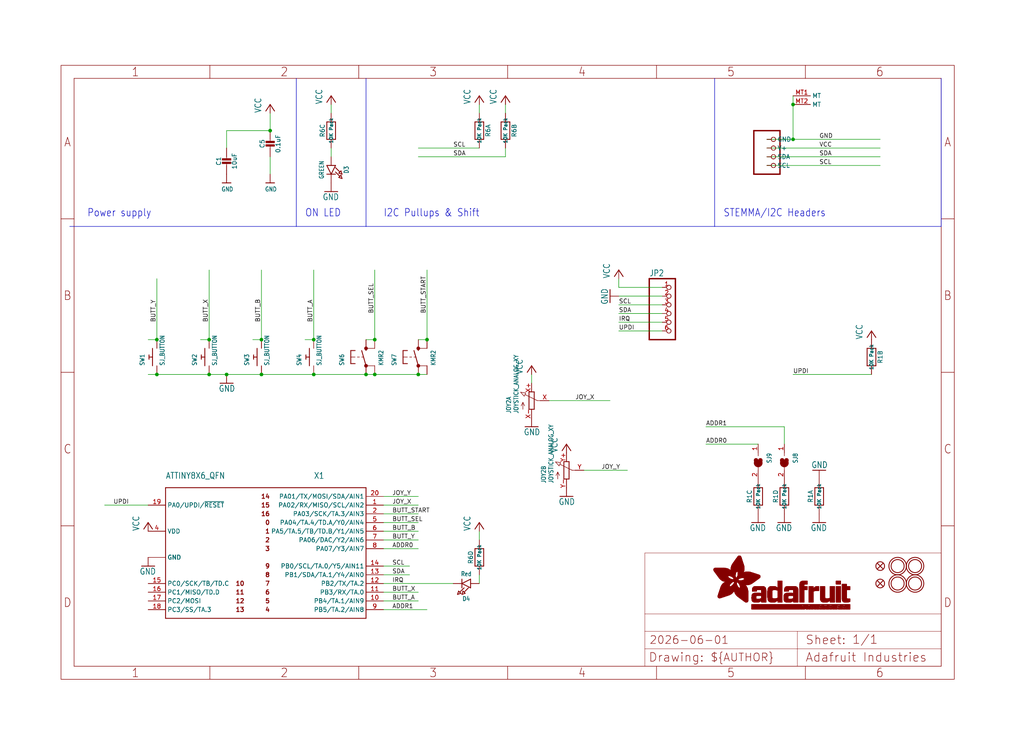
<source format=kicad_sch>
(kicad_sch (version 20230121) (generator eeschema)
  (paper "User" 298.45 217.322)
  (lib_symbols
    (symbol "working-eagle-import:ATTINY8X6_QFN"
      (property "Reference" "X" (at 12.7 25.4 0))
      (symbol "ATTINY8X6_QFN_1_0"
        (text "0" (at 0 12.7 0) (effects (font (size 1.27 1.27) (thickness 0.254) bold) (justify right)))
        (text "1" (at 0 10.16 0) (effects (font (size 1.27 1.27) (thickness 0.254) bold) (justify right)))
        (text "10" (at -10.16 -5.08 0) (effects (font (size 1.27 1.27) (thickness 0.254) bold) (justify left)))
        (text "11" (at -10.16 -7.62 0) (effects (font (size 1.27 1.27) (thickness 0.254) bold) (justify left)))
        (text "12" (at -10.16 -10.16 0) (effects (font (size 1.27 1.27) (thickness 0.254) bold) (justify left)))
        (text "13" (at -10.16 -12.7 0) (effects (font (size 1.27 1.27) (thickness 0.254) bold) (justify left)))
        (text "14" (at 0 20.32 0) (effects (font (size 1.27 1.27) (thickness 0.254) bold) (justify right)))
        (text "15" (at 0 17.78 0) (effects (font (size 1.27 1.27) (thickness 0.254) bold) (justify right)))
        (text "16" (at 0 15.24 0) (effects (font (size 1.27 1.27) (thickness 0.254) bold) (justify right)))
        (text "2" (at 0 7.62 0) (effects (font (size 1.27 1.27) (thickness 0.254) bold) (justify right)))
        (text "3" (at 0 5.08 0) (effects (font (size 1.27 1.27) (thickness 0.254) bold) (justify right)))
        (text "4" (at 0 -12.7 0) (effects (font (size 1.27 1.27) (thickness 0.254) bold) (justify right)))
        (text "5" (at 0 -10.16 0) (effects (font (size 1.27 1.27) (thickness 0.254) bold) (justify right)))
        (text "6" (at 0 -7.62 0) (effects (font (size 1.27 1.27) (thickness 0.254) bold) (justify right)))
        (text "7" (at 0 -5.08 0) (effects (font (size 1.27 1.27) (thickness 0.254) bold) (justify right)))
        (text "8" (at 0 -2.54 0) (effects (font (size 1.27 1.27) (thickness 0.254) bold) (justify right)))
        (text "9" (at 0 0 0) (effects (font (size 1.27 1.27) (thickness 0.254) bold) (justify right)))
        (pin bidirectional line (at 33.02 17.78 180) (length 5.08) (name "PA02/RX/MISO/SCL/AIN2") (number "1"))
        (pin bidirectional line (at 33.02 -10.16 180) (length 5.08) (name "PB4/TA.1/AIN9") (number "10"))
        (pin bidirectional line (at 33.02 -7.62 180) (length 5.08) (name "PB3/RX/TA.0") (number "11"))
        (pin bidirectional line (at 33.02 -5.08 180) (length 5.08) (name "PB2/TX/TA.2") (number "12"))
        (pin bidirectional line (at 33.02 -2.54 180) (length 5.08) (name "PB1/SDA/TA.1/Y4/AIN0") (number "13"))
        (pin bidirectional line (at 33.02 0 180) (length 5.08) (name "PB0/SCL/TA.0/Y5/AIN11") (number "14"))
        (pin bidirectional line (at -35.56 -5.08 0) (length 5.08) (name "PC0/SCK/TB/TD.C") (number "15"))
        (pin bidirectional line (at -35.56 -7.62 0) (length 5.08) (name "PC1/MISO/TD.D") (number "16"))
        (pin bidirectional line (at -35.56 -10.16 0) (length 5.08) (name "PC2/MOSI") (number "17"))
        (pin bidirectional line (at -35.56 -12.7 0) (length 5.08) (name "PC3/SS/TA.3") (number "18"))
        (pin bidirectional line (at -35.56 17.78 0) (length 5.08) (name "PA0/UPDI/~{RESET}") (number "19"))
        (pin bidirectional line (at 33.02 15.24 180) (length 5.08) (name "PA03/SCK/TA.3/AIN3") (number "2"))
        (pin bidirectional line (at 33.02 20.32 180) (length 5.08) (name "PA01/TX/MOSI/SDA/AIN1") (number "20"))
        (pin power_in line (at -35.56 2.54 0) (length 5.08) (name "GND") (number "3"))
        (pin power_in line (at -35.56 10.16 0) (length 5.08) (name "VDD") (number "4"))
        (pin bidirectional line (at 33.02 12.7 180) (length 5.08) (name "PA04/TA.4/TD.A/Y0/AIN4") (number "5"))
        (pin bidirectional line (at 33.02 10.16 180) (length 5.08) (name "PA5/TA.5/TB/TD.B/Y1/AIN5") (number "6"))
        (pin bidirectional line (at 33.02 7.62 180) (length 5.08) (name "PA06/DAC/Y2/AIN6") (number "7"))
        (pin bidirectional line (at 33.02 5.08 180) (length 5.08) (name "PA07/Y3/AIN7") (number "8"))
        (pin bidirectional line (at 33.02 -12.7 180) (length 5.08) (name "PB5/TA.2/AIN8") (number "9"))
        (pin power_in line (at -35.56 2.54 0) (length 5.08) (name "GND") (number "PAD"))
      )
    )
    (symbol "working-eagle-import:CAP_CERAMIC0603_NO"
      (property "Reference" "C" (at -2.29 1.25 90))
      (symbol "CAP_CERAMIC0603_NO_1_0"
        (pin passive line (at 0 5.08 270) (length 2.54) (name "1") (number "1"))
        (pin passive line (at 0 -2.54 90) (length 2.54) (name "2") (number "2"))
      )
    )
    (symbol "working-eagle-import:CAP_CERAMIC0805-NOOUTLINE"
      (property "Reference" "C" (at -2.29 1.25 90))
      (symbol "CAP_CERAMIC0805-NOOUTLINE_1_0"
        (pin passive line (at 0 5.08 270) (length 2.54) (name "1") (number "1"))
        (pin passive line (at 0 -2.54 90) (length 2.54) (name "2") (number "2"))
      )
    )
    (symbol "working-eagle-import:FIDUCIAL_1MM")
    (symbol "working-eagle-import:FRAME_A4_ADAFRUIT"
      (symbol "FRAME_A4_ADAFRUIT_1_0"
        (text "${#}/${##}" (at 230.505 10.16 0) (effects (font (size 2.54 2.54)) (justify left bottom)))
        (text "${AUTHOR}" (at 189.23 5.08 0) (effects (font (size 2.286 2.286)) (justify left bottom)))
        (text "${CURRENT_DATE}" (at 171.45 10.16 0) (effects (font (size 2.286 2.286)) (justify left bottom)))
        (text "${PROJECTNAME}" (at 171.45 15.24 0) (effects (font (size 2.54 2.54)) (justify left bottom)))
        (text "1" (at 21.6958 1.905 0) (effects (font (size 2.54 2.286))))
        (text "1" (at 21.6958 177.165 0) (effects (font (size 2.54 2.286))))
        (text "2" (at 65.0875 1.905 0) (effects (font (size 2.54 2.286))))
        (text "2" (at 65.0875 177.165 0) (effects (font (size 2.54 2.286))))
        (text "3" (at 108.4792 1.905 0) (effects (font (size 2.54 2.286))))
        (text "3" (at 108.4792 177.165 0) (effects (font (size 2.54 2.286))))
        (text "4" (at 151.8708 1.905 0) (effects (font (size 2.54 2.286))))
        (text "4" (at 151.8708 177.165 0) (effects (font (size 2.54 2.286))))
        (text "5" (at 195.2625 1.905 0) (effects (font (size 2.54 2.286))))
        (text "5" (at 195.2625 177.165 0) (effects (font (size 2.54 2.286))))
        (text "6" (at 238.6542 1.905 0) (effects (font (size 2.54 2.286))))
        (text "6" (at 238.6542 177.165 0) (effects (font (size 2.54 2.286))))
        (text "A" (at 1.905 156.6863 0) (effects (font (size 2.54 2.286))))
        (text "A" (at 258.445 156.6863 0) (effects (font (size 2.54 2.286))))
        (text "Adafruit Industries" (at 216.916 4.953 0) (effects (font (size 2.54 2.54)) (justify left bottom)))
        (text "B" (at 1.905 111.9188 0) (effects (font (size 2.54 2.286))))
        (text "B" (at 258.445 111.9188 0) (effects (font (size 2.54 2.286))))
        (text "C" (at 1.905 67.1513 0) (effects (font (size 2.54 2.286))))
        (text "C" (at 258.445 67.1513 0) (effects (font (size 2.54 2.286))))
        (text "D" (at 1.905 22.3838 0) (effects (font (size 2.54 2.286))))
        (text "D" (at 258.445 22.3838 0) (effects (font (size 2.54 2.286))))
        (text "Drawing:" (at 171.196 4.953 0) (effects (font (size 2.54 2.54)) (justify left bottom)))
        (text "Sheet:" (at 216.916 10.033 0) (effects (font (size 2.54 2.54)) (justify left bottom)))
      )
    )
    (symbol "working-eagle-import:HEADER-1X6ROUND"
      (property "Reference" "JP" (at -6.35 10.795 0))
      (symbol "HEADER-1X6ROUND_1_0"
        (pin passive inverted (at -2.54 7.62 0) (length 2.54) (name "1") (number "1"))
        (pin passive inverted (at -2.54 5.08 0) (length 2.54) (name "2") (number "2"))
        (pin passive inverted (at -2.54 2.54 0) (length 2.54) (name "3") (number "3"))
        (pin passive inverted (at -2.54 0 0) (length 2.54) (name "4") (number "4"))
        (pin passive inverted (at -2.54 -2.54 0) (length 2.54) (name "5") (number "5"))
        (pin passive inverted (at -2.54 -5.08 0) (length 2.54) (name "6") (number "6"))
      )
    )
    (symbol "working-eagle-import:JOYSTICK_ANALOG_XY"
      (property "Reference" "JOY" (at -5.969 -3.81 90))
      (symbol "JOYSTICK_ANALOG_XY_1_0"
        (pin passive line (at 5.08 0 180) (length 2.54) (name "S") (number "X"))
        (pin passive line (at 0 5.08 270) (length 2.54) (name "E") (number "X+"))
        (pin passive line (at 0 -5.08 90) (length 2.54) (name "A") (number "X-"))
      )
      (symbol "JOYSTICK_ANALOG_XY_2_0"
        (pin passive line (at 5.08 0 180) (length 2.54) (name "S") (number "Y"))
        (pin passive line (at 0 5.08 270) (length 2.54) (name "E") (number "Y+"))
        (pin passive line (at 0 -5.08 90) (length 2.54) (name "A") (number "Y-"))
      )
    )
    (symbol "working-eagle-import:LED0603_NOOUTLINE"
      (property "Reference" "D" (at -1.27 4.445 0))
      (symbol "LED0603_NOOUTLINE_1_0"
        (pin passive line (at -5.08 0 0) (length 2.54) (name "A") (number "A"))
        (pin passive line (at 2.54 0 180) (length 2.54) (name "C") (number "C"))
      )
    )
    (symbol "working-eagle-import:MOUNTINGHOLE2.5")
    (symbol "working-eagle-import:RESISTOR_4PACK"
      (property "Reference" "R" (at 0 2.54 0))
      (symbol "RESISTOR_4PACK_1_0"
        (pin passive line (at -5.08 0 0) (length 2.54) (name "1") (number "1"))
        (pin passive line (at 5.08 0 180) (length 2.54) (name "2") (number "8"))
      )
      (symbol "RESISTOR_4PACK_2_0"
        (pin passive line (at -5.08 0 0) (length 2.54) (name "1") (number "2"))
        (pin passive line (at 5.08 0 180) (length 2.54) (name "2") (number "7"))
      )
      (symbol "RESISTOR_4PACK_3_0"
        (pin passive line (at -5.08 0 0) (length 2.54) (name "1") (number "3"))
        (pin passive line (at 5.08 0 180) (length 2.54) (name "2") (number "6"))
      )
      (symbol "RESISTOR_4PACK_4_0"
        (pin passive line (at -5.08 0 0) (length 2.54) (name "1") (number "4"))
        (pin passive line (at 5.08 0 180) (length 2.54) (name "2") (number "5"))
      )
    )
    (symbol "working-eagle-import:SOLDERJUMPERCLOSED"
      (property "Reference" "SJ" (at -2.54 2.54 0))
      (symbol "SOLDERJUMPERCLOSED_1_0"
        (pin passive line (at -5.08 0 0) (length 2.54) (name "1") (number "1"))
        (pin passive line (at 5.08 0 180) (length 2.54) (name "2") (number "2"))
      )
    )
    (symbol "working-eagle-import:STEMMA_I2C_QT"
      (symbol "STEMMA_I2C_QT_1_0"
        (pin passive inverted (at 0 5.08 0) (length 2.54) (name "GND") (number "1"))
        (pin passive inverted (at 0 2.54 0) (length 2.54) (name "V+") (number "2"))
        (pin passive inverted (at 0 0 0) (length 2.54) (name "SDA") (number "3"))
        (pin passive inverted (at 0 -2.54 0) (length 2.54) (name "SCL") (number "4"))
      )
      (symbol "STEMMA_I2C_QT_2_0"
        (pin bidirectional line (at 0 0 0) (length 5.08) (name "MT") (number "MT1"))
      )
      (symbol "STEMMA_I2C_QT_3_0"
        (pin bidirectional line (at 0 0 0) (length 5.08) (name "MT") (number "MT2"))
      )
    )
    (symbol "working-eagle-import:SWITCH_PUSHBUTTONSOFTTOUCHSMD_SJ"
      (property "Reference" "SW" (at -2.54 3.556 0))
      (symbol "SWITCH_PUSHBUTTONSOFTTOUCHSMD_SJ_1_0"
        (pin passive line (at -5.08 0 0) (length 2.54) (name "P$1") (number "P$1"))
        (pin passive line (at 5.08 0 180) (length 2.54) (name "P$2") (number "P$2"))
      )
    )
    (symbol "working-eagle-import:SWITCH_TACT_SMT_RKB2"
      (property "Reference" "SW" (at -2.54 6.35 0))
      (symbol "SWITCH_TACT_SMT_RKB2_1_0"
        (pin passive line (at -5.08 0 0) (length 2.54) (name "P") (number "A"))
        (pin passive line (at -5.08 -2.54 0) (length 2.54) (name "P1") (number "A'"))
        (pin passive line (at 5.08 0 180) (length 2.54) (name "S") (number "B"))
        (pin passive line (at 5.08 -2.54 180) (length 2.54) (name "S1") (number "B'"))
      )
    )
    (symbol "working-eagle-import:VCC" (power)
      (property "Value" "VCC" (at -2.54 -2.54 90))
      (symbol "VCC_1_0"
        (pin power_in line (at 0 -2.54 90) (length 2.54) (name "VCC") (number "1"))
      )
    )
    (symbol "working-eagle-import:microbuilder_GND" (power)
      (property "Value" "microbuilder_GND" (at -1.524 -2.54 0))
      (symbol "microbuilder_GND_1_0"
        (pin power_in line (at 0 2.54 270) (length 2.54) (name "GND") (number "1"))
      )
    )
    (symbol "working-eagle-import:supply1_GND" (power)
      (property "Value" "supply1_GND" (at -2.54 -2.54 0))
      (symbol "supply1_GND_1_0"
        (pin power_in line (at 0 2.54 270) (length 2.54) (name "GND") (number "1"))
      )
    )
  )
  (junction (at 124.46 99.06))
  (junction (at 121.92 109.22))
  (junction (at 231.14 30.48))
  (junction (at 60.96 109.22))
  (junction (at 60.96 99.06))
  (junction (at 109.22 109.22))
  (junction (at 78.74 38.1))
  (junction (at 45.72 99.06))
  (junction (at 76.2 109.22))
  (junction (at 91.44 109.22))
  (junction (at 76.2 99.06))
  (junction (at 231.14 40.64))
  (junction (at 106.68 109.22))
  (junction (at 91.44 99.06))
  (junction (at 45.72 109.22))
  (junction (at 66.04 109.22))
  (junction (at 109.22 99.06))
  (polyline (pts (xy 274.32 22.86) (xy 274.32 66.04)) (stroke (width 0.1524) (type solid)))
  (wire (pts (xy 60.96 109.22) (xy 66.04 109.22)) (stroke (width 0.1524)))
  (wire (pts (xy 109.22 99.06) (xy 109.22 78.74)) (stroke (width 0.1524)))
  (wire (pts (xy 170.18 137.16) (xy 182.88 137.16)) (stroke (width 0.1524)))
  (wire (pts (xy 121.92 109.22) (xy 109.22 109.22)) (stroke (width 0.1524)))
  (polyline (pts (xy 208.28 22.86) (xy 208.28 66.04)) (stroke (width 0.1524) (type solid)))
  (wire (pts (xy 193.04 86.36) (xy 180.34 86.36)) (stroke (width 0.1524)))
  (wire (pts (xy 111.76 165.1) (xy 119.38 165.1)) (stroke (width 0.1524)))
  (wire (pts (xy 45.72 109.22) (xy 60.96 109.22)) (stroke (width 0.1524)))
  (wire (pts (xy 180.34 93.98) (xy 193.04 93.98)) (stroke (width 0.1524)))
  (wire (pts (xy 180.34 83.82) (xy 180.34 81.28)) (stroke (width 0.1524)))
  (wire (pts (xy 111.76 144.78) (xy 121.92 144.78)) (stroke (width 0.1524)))
  (wire (pts (xy 66.04 38.1) (xy 78.74 38.1)) (stroke (width 0.1524)))
  (wire (pts (xy 76.2 109.22) (xy 91.44 109.22)) (stroke (width 0.1524)))
  (wire (pts (xy 76.2 99.06) (xy 76.2 78.74)) (stroke (width 0.1524)))
  (wire (pts (xy 78.74 45.72) (xy 78.74 50.8)) (stroke (width 0.1524)))
  (wire (pts (xy 111.76 152.4) (xy 121.92 152.4)) (stroke (width 0.1524)))
  (wire (pts (xy 121.92 157.48) (xy 111.76 157.48)) (stroke (width 0.1524)))
  (polyline (pts (xy 20.32 66.04) (xy 86.36 66.04)) (stroke (width 0.1524) (type solid)))
  (wire (pts (xy 60.96 78.74) (xy 60.96 99.06)) (stroke (width 0.1524)))
  (wire (pts (xy 45.72 99.06) (xy 45.72 81.28)) (stroke (width 0.1524)))
  (wire (pts (xy 205.74 124.46) (xy 228.6 124.46)) (stroke (width 0.1524)))
  (wire (pts (xy 111.76 160.02) (xy 121.92 160.02)) (stroke (width 0.1524)))
  (polyline (pts (xy 86.36 22.86) (xy 86.36 66.04)) (stroke (width 0.1524) (type solid)))
  (wire (pts (xy 111.76 147.32) (xy 121.92 147.32)) (stroke (width 0.1524)))
  (wire (pts (xy 139.7 30.48) (xy 139.7 33.02)) (stroke (width 0.1524)))
  (wire (pts (xy 73.66 99.06) (xy 76.2 99.06)) (stroke (width 0.1524)))
  (wire (pts (xy 106.68 99.06) (xy 109.22 99.06)) (stroke (width 0.1524)))
  (wire (pts (xy 124.46 109.22) (xy 121.92 109.22)) (stroke (width 0.1524)))
  (wire (pts (xy 91.44 78.74) (xy 91.44 99.06)) (stroke (width 0.1524)))
  (wire (pts (xy 223.52 48.26) (xy 256.54 48.26)) (stroke (width 0.1524)))
  (wire (pts (xy 228.6 124.46) (xy 228.6 129.54)) (stroke (width 0.1524)))
  (wire (pts (xy 43.18 109.22) (xy 45.72 109.22)) (stroke (width 0.1524)))
  (wire (pts (xy 139.7 154.94) (xy 139.7 157.48)) (stroke (width 0.1524)))
  (wire (pts (xy 256.54 40.64) (xy 231.14 40.64)) (stroke (width 0.1524)))
  (wire (pts (xy 106.68 109.22) (xy 91.44 109.22)) (stroke (width 0.1524)))
  (wire (pts (xy 111.76 177.8) (xy 124.46 177.8)) (stroke (width 0.1524)))
  (wire (pts (xy 180.34 91.44) (xy 193.04 91.44)) (stroke (width 0.1524)))
  (wire (pts (xy 78.74 33.02) (xy 78.74 38.1)) (stroke (width 0.1524)))
  (wire (pts (xy 45.72 99.06) (xy 43.18 99.06)) (stroke (width 0.1524)))
  (wire (pts (xy 231.14 40.64) (xy 223.52 40.64)) (stroke (width 0.1524)))
  (wire (pts (xy 147.32 45.72) (xy 121.92 45.72)) (stroke (width 0.1524)))
  (wire (pts (xy 160.02 116.84) (xy 177.8 116.84)) (stroke (width 0.1524)))
  (wire (pts (xy 124.46 99.06) (xy 121.92 99.06)) (stroke (width 0.1524)))
  (wire (pts (xy 231.14 109.22) (xy 254 109.22)) (stroke (width 0.1524)))
  (wire (pts (xy 121.92 175.26) (xy 111.76 175.26)) (stroke (width 0.1524)))
  (polyline (pts (xy 86.36 66.04) (xy 106.68 66.04)) (stroke (width 0.1524) (type solid)))
  (wire (pts (xy 96.52 45.72) (xy 96.52 43.18)) (stroke (width 0.1524)))
  (wire (pts (xy 256.54 45.72) (xy 223.52 45.72)) (stroke (width 0.1524)))
  (wire (pts (xy 111.76 170.18) (xy 132.08 170.18)) (stroke (width 0.1524)))
  (wire (pts (xy 121.92 149.86) (xy 111.76 149.86)) (stroke (width 0.1524)))
  (wire (pts (xy 66.04 109.22) (xy 76.2 109.22)) (stroke (width 0.1524)))
  (wire (pts (xy 147.32 33.02) (xy 147.32 30.48)) (stroke (width 0.1524)))
  (wire (pts (xy 139.7 43.18) (xy 121.92 43.18)) (stroke (width 0.1524)))
  (polyline (pts (xy 106.68 66.04) (xy 208.28 66.04)) (stroke (width 0.1524) (type solid)))
  (wire (pts (xy 193.04 88.9) (xy 180.34 88.9)) (stroke (width 0.1524)))
  (polyline (pts (xy 208.28 66.04) (xy 274.32 66.04)) (stroke (width 0.1524) (type solid)))
  (wire (pts (xy 193.04 96.52) (xy 180.34 96.52)) (stroke (width 0.1524)))
  (wire (pts (xy 205.74 129.54) (xy 220.98 129.54)) (stroke (width 0.1524)))
  (wire (pts (xy 223.52 43.18) (xy 256.54 43.18)) (stroke (width 0.1524)))
  (wire (pts (xy 109.22 109.22) (xy 106.68 109.22)) (stroke (width 0.1524)))
  (wire (pts (xy 231.14 30.48) (xy 231.14 40.64)) (stroke (width 0.1524)))
  (wire (pts (xy 147.32 43.18) (xy 147.32 45.72)) (stroke (width 0.1524)))
  (wire (pts (xy 111.76 172.72) (xy 121.92 172.72)) (stroke (width 0.1524)))
  (wire (pts (xy 193.04 83.82) (xy 180.34 83.82)) (stroke (width 0.1524)))
  (wire (pts (xy 66.04 43.18) (xy 66.04 38.1)) (stroke (width 0.1524)))
  (wire (pts (xy 139.7 170.18) (xy 139.7 167.64)) (stroke (width 0.1524)))
  (wire (pts (xy 119.38 167.64) (xy 111.76 167.64)) (stroke (width 0.1524)))
  (wire (pts (xy 91.44 99.06) (xy 88.9 99.06)) (stroke (width 0.1524)))
  (wire (pts (xy 124.46 99.06) (xy 124.46 78.74)) (stroke (width 0.1524)))
  (wire (pts (xy 96.52 30.48) (xy 96.52 33.02)) (stroke (width 0.1524)))
  (wire (pts (xy 111.76 154.94) (xy 121.92 154.94)) (stroke (width 0.1524)))
  (wire (pts (xy 231.14 27.94) (xy 231.14 30.48)) (stroke (width 0.1524)))
  (wire (pts (xy 58.42 99.06) (xy 60.96 99.06)) (stroke (width 0.1524)))
  (wire (pts (xy 154.94 109.22) (xy 154.94 111.76)) (stroke (width 0.1524)))
  (wire (pts (xy 43.18 147.32) (xy 30.48 147.32)) (stroke (width 0.1524)))
  (polyline (pts (xy 106.68 22.86) (xy 106.68 66.04)) (stroke (width 0.1524) (type solid)))
  (text "ON LED" (at 88.9 63.5 0) (effects (font (size 2.1844 1.8567)) (justify left bottom)))
  (text "STEMMA/I2C Headers" (at 210.82 63.5 0) (effects (font (size 2.1844 1.8567)) (justify left bottom)))
  (text "I2C Pullups & Shift" (at 111.76 63.5 0) (effects (font (size 2.1844 1.8567)) (justify left bottom)))
  (text "Power supply" (at 25.4 63.5 0) (effects (font (size 2.1844 1.8567)) (justify left bottom)))
  (label "BUTT_START" (at 124.46 91.44 90) (effects (font (size 1.2446 1.2446))))
  (label "BUTT_SEL" (at 114.3 152.4 0) (effects (font (size 1.2446 1.2446))))
  (label "GND" (at 238.76 40.64 0) (effects (font (size 1.2446 1.2446))))
  (label "JOY_X" (at 167.64 116.84 0) (effects (font (size 1.2446 1.2446))))
  (label "BUTT_B" (at 76.2 93.98 90) (effects (font (size 1.2446 1.2446))))
  (label "UPDI" (at 180.34 96.52 0) (effects (font (size 1.2446 1.2446))))
  (label "BUTT_Y" (at 45.72 93.98 90) (effects (font (size 1.2446 1.2446))))
  (label "SCL" (at 114.3 165.1 0) (effects (font (size 1.2446 1.2446))))
  (label "ADDR1" (at 114.3 177.8 0) (effects (font (size 1.2446 1.2446))))
  (label "BUTT_Y" (at 114.3 157.48 0) (effects (font (size 1.2446 1.2446))))
  (label "JOY_Y" (at 175.26 137.16 0) (effects (font (size 1.2446 1.2446))))
  (label "BUTT_A" (at 114.3 175.26 0) (effects (font (size 1.2446 1.2446))))
  (label "BUTT_SEL" (at 109.22 91.44 90) (effects (font (size 1.2446 1.2446))))
  (label "JOY_X" (at 114.3 147.32 0) (effects (font (size 1.2446 1.2446))))
  (label "BUTT_START" (at 114.3 149.86 0) (effects (font (size 1.2446 1.2446))))
  (label "UPDI" (at 33.02 147.32 0) (effects (font (size 1.2446 1.2446))))
  (label "SDA" (at 132.08 45.72 0) (effects (font (size 1.2446 1.2446))))
  (label "IRQ" (at 180.34 93.98 0) (effects (font (size 1.2446 1.2446))))
  (label "SCL" (at 132.08 43.18 0) (effects (font (size 1.2446 1.2446))))
  (label "ADDR0" (at 114.3 160.02 0) (effects (font (size 1.2446 1.2446))))
  (label "UPDI" (at 231.14 109.22 0) (effects (font (size 1.2446 1.2446))))
  (label "SCL" (at 238.76 48.26 0) (effects (font (size 1.2446 1.2446))))
  (label "BUTT_A" (at 91.44 93.98 90) (effects (font (size 1.2446 1.2446))))
  (label "BUTT_X" (at 114.3 172.72 0) (effects (font (size 1.2446 1.2446))))
  (label "VCC" (at 238.76 43.18 0) (effects (font (size 1.2446 1.2446))))
  (label "SDA" (at 238.76 45.72 0) (effects (font (size 1.2446 1.2446))))
  (label "BUTT_X" (at 60.96 93.98 90) (effects (font (size 1.2446 1.2446))))
  (label "BUTT_B" (at 114.3 154.94 0) (effects (font (size 1.2446 1.2446))))
  (label "SCL" (at 180.34 88.9 0) (effects (font (size 1.2446 1.2446))))
  (label "ADDR0" (at 205.74 129.54 0) (effects (font (size 1.2446 1.2446))))
  (label "SDA" (at 114.3 167.64 0) (effects (font (size 1.2446 1.2446))))
  (label "IRQ" (at 114.3 170.18 0) (effects (font (size 1.2446 1.2446))))
  (label "ADDR1" (at 205.74 124.46 0) (effects (font (size 1.2446 1.2446))))
  (label "SDA" (at 180.34 91.44 0) (effects (font (size 1.2446 1.2446))))
  (label "JOY_Y" (at 114.3 144.78 0) (effects (font (size 1.2446 1.2446))))
  (symbol (lib_id "working-eagle-import:LED0603_NOOUTLINE") (at 134.62 170.18 180) (unit 1)
    (property "Reference" "D4" (at 135.89 174.625 0) (effects (font (size 1.27 1.0795))))
    (property "Value" "Red" (at 135.89 167.386 0) (effects (font (size 1.27 1.0795))))
    (property "Footprint" "working:CHIPLED_0603_NOOUTLINE" (effects hide))
  )
  (symbol (lib_id "working-eagle-import:FRAME_A4_ADAFRUIT") (at 17.78 198.12 0) (unit 1)
    (property "Reference" "#U$28" (effects hide))
    (property "Value" "FRAME_A4_ADAFRUIT" (effects hide))
  )
  (symbol (lib_id "working-eagle-import:supply1_GND") (at 220.98 152.4 0) (unit 1)
    (property "Reference" "#GND5" (effects hide))
    (property "Value" "GND" (at 218.44 154.94 0) (effects (font (size 1.778 1.5113)) (justify left bottom)))
  )
  (symbol (lib_id "working-eagle-import:JOYSTICK_ANALOG_XY") (at 165.1 137.16 0) (unit 2)
    (property "Reference" "JOY2" (at 159.131 140.97 90) (effects (font (size 1.27 1.0795)) (justify left bottom)))
    (property "Value" "JOYSTICK_ANALOG_XY" (at 161.29 140.97 90) (effects (font (size 1.27 1.0795)) (justify left bottom)))
    (property "Footprint" "working:JOYSTICK_ANALOG_MINITHM" (effects hide))
  )
  (symbol (lib_id "working-eagle-import:RESISTOR_4PACK") (at 220.98 144.78 90) (unit 3)
    (property "Reference" "R1" (at 218.44 144.78 0))
    (property "Value" "10K Pack" (at 220.98 144.78 0) (effects (font (size 1.016 1.016) bold)))
    (property "Footprint" "working:RESPACK_4X0603" (effects hide))
  )
  (symbol (lib_id "working-eagle-import:RESISTOR_4PACK") (at 96.52 38.1 90) (unit 3)
    (property "Reference" "R6" (at 93.98 38.1 0))
    (property "Value" "10K Pack" (at 96.52 38.1 0) (effects (font (size 1.016 1.016) bold)))
    (property "Footprint" "working:RESPACK_4X0603" (effects hide))
  )
  (symbol (lib_id "working-eagle-import:STEMMA_I2C_QT") (at 231.14 30.48 0) (unit 3)
    (property "Reference" "CONN3" (effects hide))
    (property "Value" "STEMMA_I2C_QT" (effects hide))
    (property "Footprint" "working:JST_SH4" (effects hide))
  )
  (symbol (lib_id "working-eagle-import:SWITCH_TACT_SMT_RKB2") (at 106.68 104.14 90) (unit 1)
    (property "Reference" "SW6" (at 100.33 106.68 0) (effects (font (size 1.27 1.0795)) (justify left bottom)))
    (property "Value" "KMR2" (at 111.76 106.68 0) (effects (font (size 1.27 1.0795)) (justify left bottom)))
    (property "Footprint" "working:BTN_RKB2_4.6X2.8" (effects hide))
  )
  (symbol (lib_id "working-eagle-import:SWITCH_PUSHBUTTONSOFTTOUCHSMD_SJ") (at 60.96 104.14 90) (unit 1)
    (property "Reference" "SW2" (at 57.404 106.68 0) (effects (font (size 1.27 1.0795)) (justify left bottom)))
    (property "Value" "SJ_BUTTON" (at 63.246 106.68 0) (effects (font (size 1.27 1.0795)) (justify left bottom)))
    (property "Footprint" "working:PUSHBUTTON_SMD_SJ" (effects hide))
  )
  (symbol (lib_id "working-eagle-import:VCC") (at 147.32 27.94 0) (unit 1)
    (property "Reference" "#P+2" (effects hide))
    (property "Value" "VCC" (at 144.78 30.48 90) (effects (font (size 1.778 1.5113)) (justify left bottom)))
  )
  (symbol (lib_id "working-eagle-import:RESISTOR_4PACK") (at 238.76 144.78 90) (unit 1)
    (property "Reference" "R1" (at 236.22 144.78 0))
    (property "Value" "10K Pack" (at 238.76 144.78 0) (effects (font (size 1.016 1.016) bold)))
    (property "Footprint" "working:RESPACK_4X0603" (effects hide))
  )
  (symbol (lib_id "working-eagle-import:MOUNTINGHOLE2.5") (at 266.7 170.18 0) (unit 1)
    (property "Reference" "U$1" (effects hide))
    (property "Value" "MOUNTINGHOLE2.5" (effects hide))
    (property "Footprint" "working:MOUNTINGHOLE_2.5_PLATED" (effects hide))
  )
  (symbol (lib_id "working-eagle-import:VCC") (at 139.7 27.94 0) (unit 1)
    (property "Reference" "#P+1" (effects hide))
    (property "Value" "VCC" (at 137.16 30.48 90) (effects (font (size 1.778 1.5113)) (justify left bottom)))
  )
  (symbol (lib_id "working-eagle-import:RESISTOR_4PACK") (at 147.32 38.1 270) (unit 2)
    (property "Reference" "R6" (at 149.86 38.1 0))
    (property "Value" "10K Pack" (at 147.32 38.1 0) (effects (font (size 1.016 1.016) bold)))
    (property "Footprint" "working:RESPACK_4X0603" (effects hide))
  )
  (symbol (lib_id "working-eagle-import:supply1_GND") (at 43.18 165.1 0) (unit 1)
    (property "Reference" "#GND16" (effects hide))
    (property "Value" "GND" (at 40.64 167.64 0) (effects (font (size 1.778 1.5113)) (justify left bottom)))
  )
  (symbol (lib_id "working-eagle-import:VCC") (at 254 96.52 0) (unit 1)
    (property "Reference" "#P+3" (effects hide))
    (property "Value" "VCC" (at 251.46 99.06 90) (effects (font (size 1.778 1.5113)) (justify left bottom)))
  )
  (symbol (lib_id "working-eagle-import:MOUNTINGHOLE2.5") (at 266.7 165.1 0) (unit 1)
    (property "Reference" "U$2" (effects hide))
    (property "Value" "MOUNTINGHOLE2.5" (effects hide))
    (property "Footprint" "working:MOUNTINGHOLE_2.5_PLATED" (effects hide))
  )
  (symbol (lib_id "working-eagle-import:FIDUCIAL_1MM") (at 256.54 170.18 0) (unit 1)
    (property "Reference" "FID1" (effects hide))
    (property "Value" "FIDUCIAL_1MM" (effects hide))
    (property "Footprint" "working:FIDUCIAL_1MM" (effects hide))
  )
  (symbol (lib_id "working-eagle-import:SWITCH_PUSHBUTTONSOFTTOUCHSMD_SJ") (at 76.2 104.14 90) (unit 1)
    (property "Reference" "SW3" (at 72.644 106.68 0) (effects (font (size 1.27 1.0795)) (justify left bottom)))
    (property "Value" "SJ_BUTTON" (at 78.486 106.68 0) (effects (font (size 1.27 1.0795)) (justify left bottom)))
    (property "Footprint" "working:PUSHBUTTON_SMD_SJ" (effects hide))
  )
  (symbol (lib_id "working-eagle-import:RESISTOR_4PACK") (at 139.7 162.56 90) (unit 4)
    (property "Reference" "R6" (at 137.16 162.56 0))
    (property "Value" "10K Pack" (at 139.7 162.56 0) (effects (font (size 1.016 1.016) bold)))
    (property "Footprint" "working:RESPACK_4X0603" (effects hide))
  )
  (symbol (lib_id "working-eagle-import:VCC") (at 43.18 152.4 0) (unit 1)
    (property "Reference" "#P+8" (effects hide))
    (property "Value" "VCC" (at 40.64 154.94 90) (effects (font (size 1.778 1.5113)) (justify left bottom)))
  )
  (symbol (lib_id "working-eagle-import:CAP_CERAMIC0603_NO") (at 78.74 43.18 0) (unit 1)
    (property "Reference" "C5" (at 76.45 41.93 90))
    (property "Value" "0.1uF" (at 81.04 41.93 90))
    (property "Footprint" "working:0603-NO" (effects hide))
  )
  (symbol (lib_id "working-eagle-import:SOLDERJUMPERCLOSED") (at 220.98 134.62 270) (unit 1)
    (property "Reference" "SJ9" (at 223.52 132.08 0) (effects (font (size 1.27 1.0795)) (justify left bottom)))
    (property "Value" "SOLDERJUMPERCLOSED" (effects hide))
    (property "Footprint" "working:SOLDERJUMPER_CLOSEDWIRE" (effects hide))
  )
  (symbol (lib_id "working-eagle-import:supply1_GND") (at 66.04 111.76 0) (mirror y) (unit 1)
    (property "Reference" "#GND2" (effects hide))
    (property "Value" "GND" (at 68.58 114.3 0) (effects (font (size 1.778 1.5113)) (justify left bottom)))
  )
  (symbol (lib_id "working-eagle-import:VCC") (at 165.1 129.54 0) (unit 1)
    (property "Reference" "#P+4" (effects hide))
    (property "Value" "VCC" (at 162.56 132.08 90) (effects (font (size 1.778 1.5113)) (justify left bottom)))
  )
  (symbol (lib_id "working-eagle-import:RESISTOR_4PACK") (at 228.6 144.78 90) (unit 4)
    (property "Reference" "R1" (at 226.06 144.78 0))
    (property "Value" "10K Pack" (at 228.6 144.78 0) (effects (font (size 1.016 1.016) bold)))
    (property "Footprint" "working:RESPACK_4X0603" (effects hide))
  )
  (symbol (lib_id "working-eagle-import:SWITCH_PUSHBUTTONSOFTTOUCHSMD_SJ") (at 91.44 104.14 90) (unit 1)
    (property "Reference" "SW4" (at 87.884 106.68 0) (effects (font (size 1.27 1.0795)) (justify left bottom)))
    (property "Value" "SJ_BUTTON" (at 93.726 106.68 0) (effects (font (size 1.27 1.0795)) (justify left bottom)))
    (property "Footprint" "working:PUSHBUTTON_SMD_SJ" (effects hide))
  )
  (symbol (lib_id "working-eagle-import:VCC") (at 96.52 27.94 0) (unit 1)
    (property "Reference" "#P+6" (effects hide))
    (property "Value" "VCC" (at 93.98 30.48 90) (effects (font (size 1.778 1.5113)) (justify left bottom)))
  )
  (symbol (lib_id "working-eagle-import:MOUNTINGHOLE2.5") (at 261.62 165.1 0) (unit 1)
    (property "Reference" "U$3" (effects hide))
    (property "Value" "MOUNTINGHOLE2.5" (effects hide))
    (property "Footprint" "working:MOUNTINGHOLE_2.5_PLATED" (effects hide))
  )
  (symbol (lib_id "working-eagle-import:MOUNTINGHOLE2.5") (at 261.62 170.18 0) (unit 1)
    (property "Reference" "U$4" (effects hide))
    (property "Value" "MOUNTINGHOLE2.5" (effects hide))
    (property "Footprint" "working:MOUNTINGHOLE_2.5_PLATED" (effects hide))
  )
  (symbol (lib_id "working-eagle-import:microbuilder_GND") (at 78.74 53.34 0) (unit 1)
    (property "Reference" "#U$14" (effects hide))
    (property "Value" "GND" (at 77.216 55.88 0) (effects (font (size 1.27 1.0795)) (justify left bottom)))
  )
  (symbol (lib_id "working-eagle-import:JOYSTICK_ANALOG_XY") (at 154.94 116.84 0) (unit 1)
    (property "Reference" "JOY2" (at 148.971 120.65 90) (effects (font (size 1.27 1.0795)) (justify left bottom)))
    (property "Value" "JOYSTICK_ANALOG_XY" (at 151.13 120.65 90) (effects (font (size 1.27 1.0795)) (justify left bottom)))
    (property "Footprint" "working:JOYSTICK_ANALOG_MINITHM" (effects hide))
  )
  (symbol (lib_id "working-eagle-import:SWITCH_PUSHBUTTONSOFTTOUCHSMD_SJ") (at 45.72 104.14 90) (unit 1)
    (property "Reference" "SW1" (at 42.164 106.68 0) (effects (font (size 1.27 1.0795)) (justify left bottom)))
    (property "Value" "SJ_BUTTON" (at 48.006 106.68 0) (effects (font (size 1.27 1.0795)) (justify left bottom)))
    (property "Footprint" "working:PUSHBUTTON_SMD_SJ" (effects hide))
  )
  (symbol (lib_id "working-eagle-import:supply1_GND") (at 177.8 86.36 270) (mirror x) (unit 1)
    (property "Reference" "#GND3" (effects hide))
    (property "Value" "GND" (at 175.26 88.9 0) (effects (font (size 1.778 1.5113)) (justify left bottom)))
  )
  (symbol (lib_id "working-eagle-import:STEMMA_I2C_QT") (at 223.52 45.72 0) (unit 1)
    (property "Reference" "CONN3" (effects hide))
    (property "Value" "STEMMA_I2C_QT" (effects hide))
    (property "Footprint" "working:JST_SH4" (effects hide))
  )
  (symbol (lib_id "working-eagle-import:microbuilder_GND") (at 66.04 53.34 0) (unit 1)
    (property "Reference" "#U$17" (effects hide))
    (property "Value" "GND" (at 64.516 55.88 0) (effects (font (size 1.27 1.0795)) (justify left bottom)))
  )
  (symbol (lib_id "working-eagle-import:VCC") (at 139.7 152.4 0) (unit 1)
    (property "Reference" "#P+9" (effects hide))
    (property "Value" "VCC" (at 137.16 154.94 90) (effects (font (size 1.778 1.5113)) (justify left bottom)))
  )
  (symbol (lib_id "working-eagle-import:supply1_GND") (at 228.6 152.4 0) (unit 1)
    (property "Reference" "#GND6" (effects hide))
    (property "Value" "GND" (at 226.06 154.94 0) (effects (font (size 1.778 1.5113)) (justify left bottom)))
  )
  (symbol (lib_id "working-eagle-import:SWITCH_TACT_SMT_RKB2") (at 121.92 104.14 90) (unit 1)
    (property "Reference" "SW7" (at 115.57 106.68 0) (effects (font (size 1.27 1.0795)) (justify left bottom)))
    (property "Value" "KMR2" (at 127 106.68 0) (effects (font (size 1.27 1.0795)) (justify left bottom)))
    (property "Footprint" "working:BTN_RKB2_4.6X2.8" (effects hide))
  )
  (symbol (lib_id "working-eagle-import:VCC") (at 180.34 78.74 0) (unit 1)
    (property "Reference" "#P+10" (effects hide))
    (property "Value" "VCC" (at 177.8 81.28 90) (effects (font (size 1.778 1.5113)) (justify left bottom)))
  )
  (symbol (lib_id "working-eagle-import:supply1_GND") (at 238.76 152.4 0) (unit 1)
    (property "Reference" "#GND7" (effects hide))
    (property "Value" "GND" (at 236.22 154.94 0) (effects (font (size 1.778 1.5113)) (justify left bottom)))
  )
  (symbol (lib_id "working-eagle-import:supply1_GND") (at 154.94 124.46 0) (mirror y) (unit 1)
    (property "Reference" "#GND1" (effects hide))
    (property "Value" "GND" (at 157.48 127 0) (effects (font (size 1.778 1.5113)) (justify left bottom)))
  )
  (symbol (lib_id "working-eagle-import:FIDUCIAL_1MM") (at 256.54 165.1 0) (unit 1)
    (property "Reference" "FID2" (effects hide))
    (property "Value" "FIDUCIAL_1MM" (effects hide))
    (property "Footprint" "working:FIDUCIAL_1MM" (effects hide))
  )
  (symbol (lib_id "working-eagle-import:supply1_GND") (at 96.52 55.88 0) (unit 1)
    (property "Reference" "#GND13" (effects hide))
    (property "Value" "GND" (at 93.98 58.42 0) (effects (font (size 1.778 1.5113)) (justify left bottom)))
  )
  (symbol (lib_id "working-eagle-import:VCC") (at 154.94 106.68 0) (unit 1)
    (property "Reference" "#P+7" (effects hide))
    (property "Value" "VCC" (at 152.4 109.22 90) (effects (font (size 1.778 1.5113)) (justify left bottom)))
  )
  (symbol (lib_id "working-eagle-import:supply1_GND") (at 165.1 144.78 0) (mirror y) (unit 1)
    (property "Reference" "#GND4" (effects hide))
    (property "Value" "GND" (at 167.64 147.32 0) (effects (font (size 1.778 1.5113)) (justify left bottom)))
  )
  (symbol (lib_id "working-eagle-import:CAP_CERAMIC0805-NOOUTLINE") (at 66.04 48.26 0) (unit 1)
    (property "Reference" "C1" (at 63.75 47.01 90))
    (property "Value" "10uF" (at 68.34 47.01 90))
    (property "Footprint" "working:0805-NO" (effects hide))
  )
  (symbol (lib_id "working-eagle-import:LED0603_NOOUTLINE") (at 96.52 50.8 270) (unit 1)
    (property "Reference" "D3" (at 100.965 49.53 0) (effects (font (size 1.27 1.0795))))
    (property "Value" "GREEN" (at 93.726 49.53 0) (effects (font (size 1.27 1.0795))))
    (property "Footprint" "working:CHIPLED_0603_NOOUTLINE" (effects hide))
  )
  (symbol (lib_id "working-eagle-import:RESISTOR_4PACK") (at 254 104.14 270) (unit 2)
    (property "Reference" "R1" (at 256.54 104.14 0))
    (property "Value" "10K Pack" (at 254 104.14 0) (effects (font (size 1.016 1.016) bold)))
    (property "Footprint" "working:RESPACK_4X0603" (effects hide))
  )
  (symbol (lib_id "working-eagle-import:ATTINY8X6_QFN") (at 78.74 165.1 0) (unit 1)
    (property "Reference" "X1" (at 91.44 139.7 0) (effects (font (size 1.778 1.5113)) (justify left bottom)))
    (property "Value" "ATTINY8X6_QFN" (at 48.26 139.7 0) (effects (font (size 1.778 1.5113)) (justify left bottom)))
    (property "Footprint" "working:QFN20_3MM" (effects hide))
  )
  (symbol (lib_id "working-eagle-import:supply1_GND") (at 238.76 137.16 180) (unit 1)
    (property "Reference" "#GND8" (effects hide))
    (property "Value" "GND" (at 241.3 134.62 0) (effects (font (size 1.778 1.5113)) (justify left bottom)))
  )
  (symbol (lib_id "working-eagle-import:STEMMA_I2C_QT") (at 231.14 27.94 0) (unit 2)
    (property "Reference" "CONN3" (effects hide))
    (property "Value" "STEMMA_I2C_QT" (effects hide))
    (property "Footprint" "working:JST_SH4" (effects hide))
  )
  (symbol (lib_id "working-eagle-import:RESISTOR_4PACK") (at 139.7 38.1 270) (unit 1)
    (property "Reference" "R6" (at 142.24 38.1 0))
    (property "Value" "10K Pack" (at 139.7 38.1 0) (effects (font (size 1.016 1.016) bold)))
    (property "Footprint" "working:RESPACK_4X0603" (effects hide))
  )
  (symbol (lib_id "working-eagle-import:VCC") (at 78.74 30.48 0) (unit 1)
    (property "Reference" "#P+5" (effects hide))
    (property "Value" "VCC" (at 76.2 33.02 90) (effects (font (size 1.778 1.5113)) (justify left bottom)))
  )
  (symbol (lib_id "working-eagle-import:SOLDERJUMPERCLOSED") (at 228.6 134.62 270) (unit 1)
    (property "Reference" "SJ8" (at 231.14 132.08 0) (effects (font (size 1.27 1.0795)) (justify left bottom)))
    (property "Value" "SOLDERJUMPERCLOSED" (effects hide))
    (property "Footprint" "working:SOLDERJUMPER_CLOSEDWIRE" (effects hide))
  )
  (symbol (lib_id "working-eagle-import:HEADER-1X6ROUND") (at 195.58 91.44 0) (unit 1)
    (property "Reference" "JP2" (at 189.23 80.645 0) (effects (font (size 1.778 1.5113)) (justify left bottom)))
    (property "Value" "HEADER-1X6ROUND" (effects hide))
    (property "Footprint" "working:1X06_ROUND" (effects hide))
  )
)
</source>
